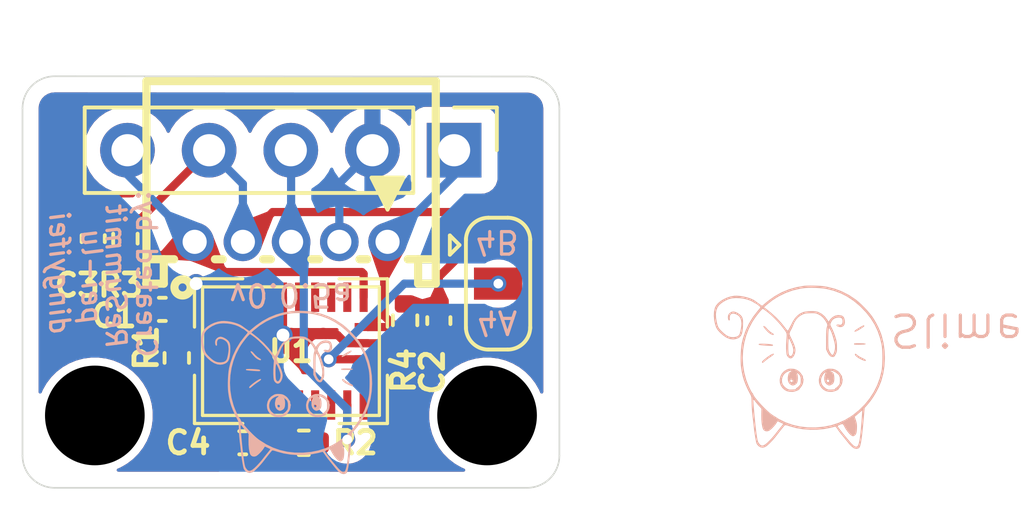
<source format=kicad_pcb>
(kicad_pcb (version 20240108) (generator "pcbnew") (generator_version "8.0")
  (layers (0 "F.Cu" signal) (31 "B.Cu" signal) (34 "B.Paste" user) (35 "F.Paste" user) (36 "B.SilkS" user "B.Silkscreen") (37 "F.SilkS" user "F.Silkscreen") (38 "B.Mask" user) (39 "F.Mask" user) (44 "Edge.Cuts" user))
  (net 0 "")
  (net 1 "GND")
  (net 2 "BNO_SCL")
  (net 3 "BNO_SDA")
  (net 4 "+3.3V")
  (net 5 "BNO_INT2")
  (net 6 "Net-(JP1-C)")
  (net 7 "Net-(U1-CAP)")
  (net 8 "Net-(U1-BOOTN)")
  (net 9 "Net-(U1-NRST)")
  (footprint "Capacitor_SMD:C_0402_1005Metric" (layer "F.Cu") (at 102.85 94.4 -90)
    (property "Reference" "C3" (at 1.45 0.5 180) (layer "F.SilkS") (effects (font (size 0.7 0.7))))
    (property "Value" "0.1uF")
    (pad "1" smd roundrect (at -0.48 0 270) (size 0.56 0.62) (layers "F.Cu" "F.Paste" "F.Mask") (net 4 "+3.3V"))
    (pad "2" smd roundrect (at 0.48 0 270) (size 0.56 0.62) (layers "F.Cu" "F.Paste" "F.Mask") (net 1 "GND"))
  )
  (footprint "Capacitor_SMD:C_0402_1005Metric" (layer "F.Cu") (at 113.6 96.95 90)
    (property "Reference" "C2" (at -1.6 -0.2 90) (layer "F.SilkS") (effects (font (size 0.7 0.7))))
    (property "Value" "0.1uF")
    (pad "1" smd roundrect (at -0.48 0 90) (size 0.56 0.62) (layers "F.Cu" "F.Paste" "F.Mask") (net 1 "GND"))
    (pad "2" smd roundrect (at 0.48 0 90) (size 0.56 0.62) (layers "F.Cu" "F.Paste" "F.Mask") (net 4 "+3.3V"))
  )
  (footprint "Connector_PinHeader_2.54mm:PinHeader_1x05_P2.54mm_Vertical" (layer "F.Cu") (at 114.075 91.65 -90)
    (property "Reference" "J1" (hide yes))
    (property "Value" "Conn_01x05")
    (pad "1" thru_hole rect (at 0 0 270) (size 1.7 1.7) (drill 1) (layers "*.Cu" "*.Mask") (net 2 "BNO_SCL"))
    (pad "2" thru_hole oval (at 0 2.54 270) (size 1.7 1.7) (drill 1) (layers "*.Cu" "*.Mask") (net 1 "GND"))
    (pad "3" thru_hole oval (at 0 5.08 270) (size 1.7 1.7) (drill 1) (layers "*.Cu" "*.Mask") (net 5 "BNO_INT2"))
    (pad "4" thru_hole oval (at 0 7.62 270) (size 1.7 1.7) (drill 1) (layers "*.Cu" "*.Mask") (net 4 "+3.3V"))
    (pad "5" thru_hole oval (at 0 10.16 270) (size 1.7 1.7) (drill 1) (layers "*.Cu" "*.Mask") (net 3 "BNO_SDA"))
  )
  (footprint "Resistor_SMD:R_0402_1005Metric" (layer "F.Cu") (at 109.4 100.75 180)
    (property "Reference" "R2" (at -1.6 0 0) (layer "F.SilkS") (effects (font (size 0.7 0.7))))
    (property "Value" "10k")
    (pad "1" smd roundrect (at -0.51 0 180) (size 0.54 0.64) (layers "F.Cu" "F.Paste" "F.Mask") (net 9 "Net-(U1-NRST)"))
    (pad "2" smd roundrect (at 0.51 0 180) (size 0.54 0.64) (layers "F.Cu" "F.Paste" "F.Mask") (net 4 "+3.3V"))
  )
  (footprint "PCM_kikit:NPTH" (layer "F.Cu") (at 115.1 99.9)
    (property "Reference" "REF**" (hide yes))
    (property "Value" "NPTH" (hide yes))
    (pad "" np_thru_hole circle (at 0 0) (size 3.1 3.1) (drill 3.1) (layers "*.Mask"))
  )
  (footprint "Capacitor_SMD:C_0402_1005Metric" (layer "F.Cu") (at 107.5 100.75)
    (property "Reference" "C4" (at -1.7 0 0) (layer "F.SilkS") (effects (font (size 0.7 0.7))))
    (property "Value" "0.1uF")
    (pad "1" smd roundrect (at -0.48 0) (size 0.56 0.62) (layers "F.Cu" "F.Paste" "F.Mask") (net 1 "GND"))
    (pad "2" smd roundrect (at 0.48 0) (size 0.56 0.62) (layers "F.Cu" "F.Paste" "F.Mask") (net 7 "Net-(U1-CAP)"))
  )
  (footprint "Jumper:SolderJumper-3_P1.3mm_Open_RoundedPad1.0x1.5mm" (layer "F.Cu") (at 115.4425 95.8 -90)
    (property "Reference" "JP1" (hide yes))
    (property "Value" "Jumper_3_Open")
    (pad "1" smd custom (at -1.3 0 270) (size 1 0.5) (layers "F.Cu" "F.Mask") (net 4 "+3.3V") (options (clearance outline) (anchor rect)) (primitives (gr_circle (center 0 0.25) (end 0.5 0.25) (width 0) (fill yes)) (gr_circle (center 0 -0.25) (end 0.5 -0.25) (width 0) (fill yes)) (gr_poly (pts (xy 0.55 0.75) (xy 0 0.75) (xy 0 -0.75) (xy 0.55 -0.75)) (width 0) (fill yes))))
    (pad "2" smd rect (at 0 0 270) (size 1 1.5) (layers "F.Cu" "F.Mask") (net 6 "Net-(JP1-C)"))
    (pad "3" smd custom (at 1.3 0 270) (size 1 0.5) (layers "F.Cu" "F.Mask") (net 1 "GND") (options (clearance outline) (anchor rect)) (primitives (gr_circle (center 0 0.25) (end 0.5 0.25) (width 0) (fill yes)) (gr_circle (center 0 -0.25) (end 0.5 -0.25) (width 0) (fill yes)) (gr_poly (pts (xy 0 0.75) (xy -0.55 0.75) (xy -0.55 -0.75) (xy 0 -0.75)) (width 0) (fill yes))))
  )
  (footprint "Resistor_SMD:R_0402_1005Metric" (layer "F.Cu") (at 103.85 94.4 -90)
    (property "Reference" "R3" (at 1.45 0.15 180) (layer "F.SilkS") (effects (font (size 0.7 0.7))))
    (property "Value" "2.2k")
    (pad "1" smd roundrect (at -0.51 0 270) (size 0.54 0.64) (layers "F.Cu" "F.Paste" "F.Mask") (net 4 "+3.3V"))
    (pad "2" smd roundrect (at 0.51 0 270) (size 0.54 0.64) (layers "F.Cu" "F.Paste" "F.Mask") (net 3 "BNO_SDA"))
  )
  (footprint "uSlime-libs:CONN-TH_5P-P1.50_X1502WR-05K-N0SN" (layer "F.Cu") (at 109.005 94.5 180)
    (property "Reference" "CN1" (hide yes))
    (property "Value" "X1502WR-05K-N0SN")
    (pad "1" thru_hole circle (at -3 0 180) (size 1.2 1.2) (drill 0.75) (layers "*.Cu" "*.Mask") (net 2 "BNO_SCL"))
    (pad "2" thru_hole circle (at -1.5 0 180) (size 1.2 1.2) (drill 0.75) (layers "*.Cu" "*.Mask") (net 1 "GND"))
    (pad "3" thru_hole circle (at 0 0 180) (size 1.2 1.2) (drill 0.75) (layers "*.Cu" "*.Mask") (net 5 "BNO_INT2"))
    (pad "4" thru_hole circle (at 1.5 0 180) (size 1.2 1.2) (drill 0.75) (layers "*.Cu" "*.Mask") (net 4 "+3.3V"))
    (pad "5" thru_hole circle (at 3 0 180) (size 1.2 1.2) (drill 0.75) (layers "*.Cu" "*.Mask") (net 3 "BNO_SDA"))
  )
  (footprint "Capacitor_SMD:C_0402_1005Metric" (layer "F.Cu") (at 105 96.6 180)
    (property "Reference" "C1" (at 1.5 -0.2 0) (layer "F.SilkS") (effects (font (size 0.7 0.7))))
    (property "Value" "0.1uF")
    (pad "1" smd roundrect (at -0.48 0 180) (size 0.56 0.62) (layers "F.Cu" "F.Paste" "F.Mask") (net 1 "GND"))
    (pad "2" smd roundrect (at 0.48 0 180) (size 0.56 0.62) (layers "F.Cu" "F.Paste" "F.Mask") (net 4 "+3.3V"))
  )
  (footprint "uSlime-libs:BNO080" (layer "F.Cu") (at 109 97.9)
    (property "Reference" "U1" (at 0 0 0) (layer "F.SilkS") (effects (font (size 0.65938 0.65938) (thickness 0.1524))))
    (property "Value" "BNO085" (hide yes))
    (pad "1" smd rect (at -2.2474 -1.67733) (size 0.25 0.9144) (layers "F.Cu" "F.Paste" "F.Mask"))
    (pad "2" smd rect (at -2.4384 -0.75 90) (size 0.25 0.8128) (layers "F.Cu" "F.Paste" "F.Mask") (net 1 "GND"))
    (pad "3" smd rect (at -2.4384 -0.24693 90) (size 0.25 0.8128) (layers "F.Cu" "F.Paste" "F.Mask") (net 4 "+3.3V"))
    (pad "4" smd rect (at -2.4384 0.25307 90) (size 0.25 0.8128) (layers "F.Cu" "F.Paste" "F.Mask") (net 8 "Net-(U1-BOOTN)"))
    (pad "5" smd rect (at -2.4384 0.75306 90) (size 0.25 0.8128) (layers "F.Cu" "F.Paste" "F.Mask") (net 1 "GND"))
    (pad "6" smd rect (at -2.2474 1.67547 180) (size 0.25 0.9144) (layers "F.Cu" "F.Paste" "F.Mask") (net 1 "GND"))
    (pad "7" smd rect (at -1.7474 1.67547 180) (size 0.25 0.9144) (layers "F.Cu" "F.Paste" "F.Mask"))
    (pad "8" smd rect (at -1.2474 1.67547 180) (size 0.25 0.9144) (layers "F.Cu" "F.Paste" "F.Mask"))
    (pad "9" smd rect (at -0.7474 1.67547 180) (size 0.25 0.9144) (layers "F.Cu" "F.Paste" "F.Mask") (net 7 "Net-(U1-CAP)"))
    (pad "10" smd rect (at -0.2474 1.67547 180) (size 0.25 0.9144) (layers "F.Cu" "F.Paste" "F.Mask") (net 4 "+3.3V"))
    (pad "11" smd rect (at 0.2526 1.67547 180) (size 0.25 0.9144) (layers "F.Cu" "F.Paste" "F.Mask") (net 9 "Net-(U1-NRST)"))
    (pad "12" smd rect (at 0.7526 1.67547 180) (size 0.25 0.9144) (layers "F.Cu" "F.Paste" "F.Mask"))
    (pad "13" smd rect (at 1.2526 1.67547 180) (size 0.25 0.9144) (layers "F.Cu" "F.Paste" "F.Mask"))
    (pad "14" smd rect (at 1.7526 1.67547 180) (size 0.25 0.9144) (layers "F.Cu" "F.Paste" "F.Mask") (net 5 "BNO_INT2"))
    (pad "15" smd rect (at 2.2606 1.67547 180) (size 0.25 0.9144) (layers "F.Cu" "F.Paste" "F.Mask"))
    (pad "16" smd rect (at 2.3876 0.75307 270) (size 0.25 0.8128) (layers "F.Cu" "F.Paste" "F.Mask"))
    (pad "17" smd rect (at 2.3876 0.25307 270) (size 0.25 0.8128) (layers "F.Cu" "F.Paste" "F.Mask") (net 6 "Net-(JP1-C)"))
    (pad "18" smd rect (at 2.3876 -0.24693 270) (size 0.25 0.8128) (layers "F.Cu" "F.Paste" "F.Mask") (net 1 "GND"))
    (pad "19" smd rect (at 2.3876 -0.75 270) (size 0.25 0.8128) (layers "F.Cu" "F.Paste" "F.Mask") (net 2 "BNO_SCL"))
    (pad "20" smd rect (at 2.2606 -1.67733) (size 0.25 0.9144) (layers "F.Cu" "F.Paste" "F.Mask") (net 3 "BNO_SDA"))
    (pad "21" smd rect (at 1.7526 -1.67733) (size 0.25 0.9144) (layers "F.Cu" "F.Paste" "F.Mask"))
    (pad "22" smd rect (at 1.2526 -1.67733) (size 0.25 0.9144) (layers "F.Cu" "F.Paste" "F.Mask"))
    (pad "23" smd rect (at 0.7526 -1.67733) (size 0.25 0.9144) (layers "F.Cu" "F.Paste" "F.Mask"))
    (pad "24" smd rect (at 0.2526 -1.67733) (size 0.25 0.9144) (layers "F.Cu" "F.Paste" "F.Mask"))
    (pad "25" smd rect (at -0.2474 -1.67733) (size 0.25 0.9144) (layers "F.Cu" "F.Paste" "F.Mask") (net 1 "GND"))
    (pad "26" smd rect (at -0.7474 -1.67733) (size 0.25 0.9144) (layers "F.Cu" "F.Paste" "F.Mask") (net 1 "GND"))
    (pad "27" smd rect (at -1.2474 -1.67733) (size 0.25 0.9144) (layers "F.Cu" "F.Paste" "F.Mask"))
    (pad "28" smd rect (at -1.7474 -1.67733) (size 0.25 0.9144) (layers "F.Cu" "F.Paste" "F.Mask") (net 4 "+3.3V"))
  )
  (footprint "Resistor_SMD:R_0402_1005Metric" (layer "F.Cu") (at 112.55 96.94 -90)
    (property "Reference" "R4" (at 1.56 0.05 90) (layer "F.SilkS") (effects (font (size 0.7 0.7))))
    (property "Value" "2.2k")
    (pad "1" smd roundrect (at -0.51 0 270) (size 0.54 0.64) (layers "F.Cu" "F.Paste" "F.Mask") (net 4 "+3.3V"))
    (pad "2" smd roundrect (at 0.51 0 270) (size 0.54 0.64) (layers "F.Cu" "F.Paste" "F.Mask") (net 2 "BNO_SCL"))
  )
  (footprint "Resistor_SMD:R_0402_1005Metric" (layer "F.Cu") (at 105.449 98.11 -90)
    (property "Reference" "R1" (at -0.31 0.949 90) (layer "F.SilkS") (effects (font (size 0.7 0.7))))
    (property "Value" "10k")
    (pad "1" smd roundrect (at -0.51 0 270) (size 0.54 0.64) (layers "F.Cu" "F.Paste" "F.Mask") (net 4 "+3.3V"))
    (pad "2" smd roundrect (at 0.51 0 270) (size 0.54 0.64) (layers "F.Cu" "F.Paste" "F.Mask") (net 8 "Net-(U1-BOOTN)"))
  )
  (footprint "PCM_kikit:NPTH" (layer "F.Cu") (at 102.9 99.9)
    (property "Reference" "REF**" (hide yes))
    (property "Value" "NPTH" (hide yes))
    (pad "" np_thru_hole circle (at 0 0) (size 3.1 3.1) (drill 3.1) (layers "*.Mask"))
  )
  (footprint "uSlime-libs:uSlime_logo" (layer "B.Cu") (at 109.25 99.05)
    (property "Reference" "G***" (hide yes))
    (property "Value" "LOGO" (hide yes))
  )
  (footprint "uSlime-libs:uSlime_logo" (layer "B.Cu") (at 125.2 98.264476)
    (property "Reference" "G***" (hide yes))
    (property "Value" "LOGO" (hide yes))
  )
  (gr_line (start 116.349993 89.357107) (end 101.65 89.35) (stroke (width 0.05)) (layer "Edge.Cuts"))
  (gr_line (start 101.65 102.15) (end 116.35 102.15) (stroke (width 0.05)) (layer "Edge.Cuts"))
  (gr_line (start 117.35 101.15) (end 117.349993 90.357107) (stroke (width 0.05)) (layer "Edge.Cuts"))
  (gr_arc (start 100.65 90.35) (mid 100.942893 89.642893) (end 101.65 89.35) (stroke (width 0.05)) (layer "Edge.Cuts"))
  (gr_line (start 100.65 90.35) (end 100.65 101.15) (stroke (width 0.05)) (layer "Edge.Cuts"))
  (gr_arc (start 101.65 102.15) (mid 100.942893 101.857107) (end 100.65 101.15) (stroke (width 0.05)) (layer "Edge.Cuts"))
  (gr_arc (start 116.349993 89.357107) (mid 117.057102 89.649998) (end 117.349993 90.357107) (stroke (width 0.05)) (layer "Edge.Cuts"))
  (gr_arc (start 117.35 101.15) (mid 117.057107 101.857107) (end 116.35 102.15) (stroke (width 0.05)) (layer "Edge.Cuts"))
  (gr_text "4A" (at 115.4 97 180) (layer "B.SilkS") (effects (font (size 0.7 0.7) (thickness 0.1)) (justify mirror)))
  (gr_text "dingyifei" (at 102.15 95.5 270) (layer "B.SilkS") (effects (font (size 0.6 0.6) (thickness 0.1) (italic yes)) (justify top mirror)))
  (gr_text "4B" (at 115.4 94.5 180) (layer "B.SilkS") (effects (font (size 0.7 0.7) (thickness 0.1)) (justify mirror)))
  (gr_text "pei-lu" (at 103.15 95.6 -90) (layer "B.SilkS") (effects (font (size 0.6 0.6) (thickness 0.1) (italic yes)) (justify top mirror)))
  (gr_text "v0.0.5a" (at 109 96.15 180) (layer "B.SilkS") (effects (font (size 0.7 0.7) (thickness 0.1)) (justify mirror)))
  (gr_text "ReSummit" (at 103.9 95.6 -90) (layer "B.SilkS") (effects (font (size 0.6 0.6) (thickness 0.1) (italic yes)) (justify top mirror)))
  (gr_text "Slime" (at 127.564615 96.65 180) (layer "B.SilkS") (effects (font (size 1 1) (thickness 0.1)) (justify left bottom mirror)))
  (gr_text "Created by:" (at 104.15 95.5 -90) (layer "B.SilkS") (effects (font (size 0.6 0.6) (thickness 0.1)) (justify bottom mirror)))
  (segment (start 108.2526 96.22267) (end 108.2526 96.9) (width 0.254) (layer "F.Cu") (net 1))
  (segment (start 106.7526 99.57547) (end 106.7526 98.84406) (width 0.254) (layer "F.Cu") (net 1))
  (segment (start 110.4522 97.4) (end 110.70527 97.65307) (width 0.254) (layer "F.Cu") (net 1))
  (segment (start 106.7526 100.4826) (end 107.02 100.75) (width 0.254) (layer "F.Cu") (net 1))
  (segment (start 103.440001 95.75) (end 105 95.75) (width 0.254) (layer "F.Cu") (net 1))
  (segment (start 106.7526 98.84406) (end 106.5616 98.65306) (width 0.254) (layer "F.Cu") (net 1))
  (segment (start 105.48 96.37) (end 106.05 95.8) (width 0.254) (layer "F.Cu") (net 1))
  (segment (start 105.48 96.6) (end 105.48 96.37) (width 0.254) (layer "F.Cu") (net 1))
  (segment (start 108.7526 97.4) (end 110.4522 97.4) (width 0.254) (layer "F.Cu") (net 1))
  (segment (start 108.2526 96.9) (end 108.7526 97.4) (width 0.254) (layer "F.Cu") (net 1))
  (segment (start 110.70527 97.65307) (end 111.3876 97.65307) (width 0.254) (layer "F.Cu") (net 1))
  (segment (start 108.7526 97.4) (end 108.7526 96.22267) (width 0.254) (layer "F.Cu") (net 1))
  (segment (start 106.5616 97.15) (end 106.03 97.15) (width 0.254) (layer "F.Cu") (net 1))
  (segment (start 102.85 95.159999) (end 103.440001 95.75) (width 0.254) (layer "F.Cu") (net 1))
  (segment (start 113.6 97.43) (end 115.1125 97.43) (width 0.254) (layer "F.Cu") (net 1))
  (segment (start 102.85 94.88) (end 102.85 95.159999) (width 0.254) (layer "F.Cu") (net 1))
  (segment (start 115.1125 97.43) (end 115.4425 97.1) (width 0.254) (layer "F.Cu") (net 1))
  (segment (start 106.7526 99.57547) (end 106.7526 100.4826) (width 0.254) (layer "F.Cu") (net 1))
  (segment (start 105 95.75) (end 105.48 96.23) (width 0.254) (layer "F.Cu") (net 1))
  (segment (start 106.03 97.15) (end 105.48 96.6) (width 0.254) (layer "F.Cu") (net 1))
  (segment (start 105.48 96.23) (end 105.48 96.6) (width 0.254) (layer "F.Cu") (net 1))
  (via (at 108.7526 97.4) (size 0.6) (drill 0.4) (layers "F.Cu" "B.Cu") (net 1))
  (via (at 106.05 95.8) (size 0.6) (drill 0.4) (layers "F.Cu" "B.Cu") (net 1))
  (segment (start 110.505 94.5) (end 110.505 92.68) (width 0.254) (layer "B.Cu") (net 1))
  (segment (start 110.505 92.68) (end 111.535 91.65) (width 0.254) (layer "B.Cu") (net 1))
  (segment (start 111.9 96.6376) (end 111.9 94.605) (width 0.254) (layer "F.Cu") (net 2))
  (segment (start 111.3876 97.15) (end 111.9 96.6376) (width 0.254) (layer "F.Cu") (net 2))
  (segment (start 112.25 97.15) (end 111.3876 97.15) (width 0.254) (layer "F.Cu") (net 2))
  (segment (start 111.9 96.8) (end 112.55 97.45) (width 0.254) (layer "F.Cu") (net 2))
  (segment (start 111.9 96.6376) (end 111.9 96.8) (width 0.254) (layer "F.Cu") (net 2))
  (segment (start 111.9 94.605) (end 112.005 94.5) (width 0.254) (layer "F.Cu") (net 2))
  (segment (start 112.55 97.45) (end 112.25 97.15) (width 0.254) (layer "F.Cu") (net 2))
  (segment (start 114.075 92.43) (end 114.075 91.65) (width 0.254) (layer "B.Cu") (net 2))
  (segment (start 112.005 94.5) (end 114.075 92.43) (width 0.254) (layer "B.Cu") (net 2))
  (segment (start 103.85 94.91) (end 105.595 94.91) (width 0.254) (layer "F.Cu") (net 3))
  (segment (start 106.94347 95.43847) (end 111.2046 95.43847) (width 0.254) (layer "F.Cu") (net 3))
  (segment (start 111.2606 95.49447) (end 111.2606 96.22267) (width 0.254) (layer "F.Cu") (net 3))
  (segment (start 105.595 94.91) (end 106.005 94.5) (width 0.254) (layer "F.Cu") (net 3))
  (segment (start 111.2046 95.43847) (end 111.2606 95.49447) (width 0.254) (layer "F.Cu") (net 3))
  (segment (start 106.005 94.5) (end 106.94347 95.43847) (width 0.254) (layer "F.Cu") (net 3))
  (segment (start 106.005 94.5) (end 103.915 92.41) (width 0.254) (layer "B.Cu") (net 3))
  (segment (start 103.915 92.41) (end 103.915 91.65) (width 0.254) (layer "B.Cu") (net 3))
  (segment (start 103.595682 96.6) (end 102.213 95.217318) (width 0.254) (layer "F.Cu") (net 4))
  (segment (start 107.295 96.26507) (end 107.295 97.50607) (width 0.254) (layer "F.Cu") (net 4))
  (segment (start 104.52 96.671) (end 105.449 97.6) (width 0.254) (layer "F.Cu") (net 4))
  (segment (start 113.6 96.47) (end 113.6 95.5875) (width 0.254) (layer "F.Cu") (net 4))
  (segment (start 102.540001 93.92) (end 102.85 93.92) (width 0.254) (layer "F.Cu") (net 4))
  (segment (start 102.213 94.247001) (end 102.540001 93.92) (width 0.254) (layer "F.Cu") (net 4))
  (segment (start 108.7526 98.83927) (end 107.5664 97.65307) (width 0.254) (layer "F.Cu") (net 4))
  (segment (start 113.56 96.43) (end 113.6 96.47) (width 0.254) (layer "F.Cu") (net 4))
  (segment (start 104.52 96.6) (end 104.52 96.671) (width 0.254) (layer "F.Cu") (net 4))
  (segment (start 107.295 97.50607) (end 107.148 97.65307) (width 0.254) (layer "F.Cu") (net 4))
  (segment (start 102.85 93.92) (end 103.82 93.92) (width 0.254) (layer "F.Cu") (net 4))
  (segment (start 102.213 95.217318) (end 102.213 94.247001) (width 0.254) (layer "F.Cu") (net 4))
  (segment (start 108.432 93.573) (end 114.5155 93.573) (width 0.254) (layer "F.Cu") (net 4))
  (segment (start 103.82 93.92) (end 103.85 93.89) (width 0.254) (layer "F.Cu") (net 4))
  (segment (start 107.5664 97.65307) (end 106.5616 97.65307) (width 0.254) (layer "F.Cu") (net 4))
  (segment (start 103.85 93.89) (end 104.215 93.89) (width 0.254) (layer "F.Cu") (net 4))
  (segment (start 104.215 93.89) (end 106.455 91.65) (width 0.254) (layer "F.Cu") (net 4))
  (segment (start 108.7526 99.57547) (end 108.7526 98.83927) (width 0.254) (layer "F.Cu") (net 4))
  (segment (start 105.449 97.6) (end 105.50207 97.65307) (width 0.254) (layer "F.Cu") (net 4))
  (segment (start 114.5155 93.573) (end 115.4425 94.5) (width 0.254) (layer "F.Cu") (net 4))
  (segment (start 104.52 96.6) (end 103.595682 96.6) (width 0.254) (layer "F.Cu") (net 4))
  (segment (start 105.50207 97.65307) (end 106.5616 97.65307) (width 0.254) (layer "F.Cu") (net 4))
  (segment (start 114.6875 94.5) (end 115.4425 94.5) (width 0.254) (layer "F.Cu") (net 4))
  (segment (start 107.148 97.65307) (end 106.5616 97.65307) (width 0.254) (layer "F.Cu") (net 4))
  (segment (start 113.6 95.5875) (end 114.6875 94.5) (width 0.254) (layer "F.Cu") (net 4))
  (segment (start 107.2526 96.22267) (end 107.295 96.26507) (width 0.254) (layer "F.Cu") (net 4))
  (segment (start 108.7526 99.57547) (end 108.7526 100.6126) (width 0.254) (layer "F.Cu") (net 4))
  (segment (start 107.505 94.5) (end 108.432 93.573) (width 0.254) (layer "F.Cu") (net 4))
  (segment (start 112.55 96.43) (end 113.56 96.43) (width 0.254) (layer "F.Cu") (net 4))
  (segment (start 108.7526 100.6126) (end 108.89 100.75) (width 0.254) (layer "F.Cu") (net 4))
  (segment (start 107.505 92.7) (end 106.455 91.65) (width 0.254) (layer "B.Cu") (net 4))
  (segment (start 107.505 94.5) (end 107.505 92.7) (width 0.254) (layer "B.Cu") (net 4))
  (segment (start 110.75 99.57807) (end 110.7526 99.57547) (width 0.254) (layer "F.Cu") (net 5))
  (segment (start 110.75 100.65) (end 110.75 99.57807) (width 0.254) (layer "F.Cu") (net 5))
  (via (at 110.75 100.65) (size 0.5) (drill 0.3) (layers "F.Cu" "B.Cu") (net 5))
  (segment (start 109.4 98.35) (end 110.75 99.7) (width 0.254) (layer "B.Cu") (net 5))
  (segment (start 110.75 99.7) (end 110.75 100.65) (width 0.254) (layer "B.Cu") (net 5))
  (segment (start 109.4 94.895) (end 109.4 98.35) (width 0.254) (layer "B.Cu") (net 5))
  (segment (start 109.005 94.5) (end 109.005 91.66) (width 0.254) (layer "B.Cu") (net 5))
  (segment (start 109.005 91.66) (end 108.995 91.65) (width 0.254) (layer "B.Cu") (net 5))
  (segment (start 109.005 94.5) (end 109.4 94.895) (width 0.254) (layer "B.Cu") (net 5))
  (segment (start 110.17307 98.15307) (end 111.3876 98.15307) (width 0.254) (layer "F.Cu") (net 6))
  (segment (start 115.4425 95.8) (end 115.45 95.8) (width 0.254) (layer "F.Cu") (net 6))
  (via (at 115.45 95.8) (size 0.5) (drill 0.3) (layers "F.Cu" "B.Cu") (net 6))
  (via (at 110.17307 98.15307) (size 0.5) (drill 0.3) (layers "F.Cu" "B.Cu") (net 6))
  (segment (start 112.52614 95.8) (end 115.45 95.8) (width 0.254) (layer "B.Cu") (net 6))
  (segment (start 110.17307 98.15307) (end 112.52614 95.8) (width 0.254) (layer "B.Cu") (net 6))
  (segment (start 108.2526 99.57547) (end 108.2526 100.4774) (width 0.254) (layer "F.Cu") (net 7))
  (segment (start 108.2526 100.4774) (end 107.98 100.75) (width 0.254) (layer "F.Cu") (net 7))
  (segment (start 105.91593 98.15307) (end 105.449 98.62) (width 0.254) (layer "F.Cu") (net 8))
  (segment (start 106.5616 98.15307) (end 105.91593 98.15307) (width 0.254) (layer "F.Cu") (net 8))
  (segment (start 109.91 100.430001) (end 109.547109 100.430001) (width 0.254) (layer "F.Cu") (net 9))
  (segment (start 109.547109 100.430001) (end 109.2526 100.135492) (width 0.254) (layer "F.Cu") (net 9))
  (segment (start 109.2526 100.135492) (end 109.2526 99.57547) (width 0.254) (layer "F.Cu") (net 9))
  (segment (start 109.91 100.75) (end 109.91 100.430001) (width 0.254) (layer "F.Cu") (net 9))
  (zone (net 1) (net_name "GND") (layers "F&B.Cu") (connect_pads (clearance 0.5)) (min_thickness 0.1) (fill yes (thermal_gap 0.5) (thermal_bridge_width 0.5))
    (polygon (pts (xy 99.95 88.75) (xy 100.05 102.5) (xy 117.95 102.55) (xy 117.85 88.8)))
  )
)
</source>
